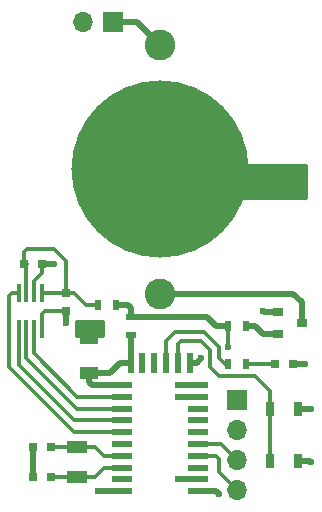
<source format=gtl>
G04 #@! TF.FileFunction,Copper,L1,Top,Signal*
%FSLAX46Y46*%
G04 Gerber Fmt 4.6, Leading zero omitted, Abs format (unit mm)*
G04 Created by KiCad (PCBNEW 4.0.7) date Wed Nov 28 02:00:18 2018*
%MOMM*%
%LPD*%
G01*
G04 APERTURE LIST*
%ADD10C,0.100000*%
%ADD11C,2.600000*%
%ADD12C,15.000000*%
%ADD13R,0.750000X0.800000*%
%ADD14R,0.800000X0.750000*%
%ADD15R,1.600000X1.000000*%
%ADD16R,0.900000X0.800000*%
%ADD17R,0.500000X0.900000*%
%ADD18R,0.900000X0.500000*%
%ADD19R,0.800000X1.200000*%
%ADD20R,0.350000X1.500000*%
%ADD21R,1.800000X1.000000*%
%ADD22R,1.700000X1.700000*%
%ADD23O,1.700000X1.700000*%
%ADD24R,1.800000X0.500000*%
%ADD25R,0.500000X1.800000*%
%ADD26C,0.600000*%
%ADD27C,0.500000*%
%ADD28C,0.300000*%
%ADD29C,0.220000*%
G04 APERTURE END LIST*
D10*
D11*
X111000000Y-81450000D03*
D12*
X111000000Y-92000000D03*
D11*
X111000000Y-102550000D03*
D13*
X103000000Y-104000000D03*
X103000000Y-102500000D03*
D14*
X101000000Y-100000000D03*
X99500000Y-100000000D03*
D15*
X105000000Y-109250000D03*
X105000000Y-106250000D03*
D14*
X100250000Y-118000000D03*
X101750000Y-118000000D03*
X100250000Y-115500000D03*
X101750000Y-115500000D03*
X120750000Y-108500000D03*
X122250000Y-108500000D03*
D16*
X121000000Y-104050000D03*
X121000000Y-105950000D03*
X123000000Y-105000000D03*
D17*
X118250000Y-105250000D03*
X116750000Y-105250000D03*
X107250000Y-103500000D03*
X105750000Y-103500000D03*
D18*
X108500000Y-104500000D03*
X108500000Y-106000000D03*
D17*
X116750000Y-108500000D03*
X118250000Y-108500000D03*
D19*
X120300000Y-112300000D03*
X122700000Y-112300000D03*
X120300000Y-116700000D03*
X122700000Y-116700000D03*
D20*
X100975000Y-105500000D03*
X100325000Y-105500000D03*
X99675000Y-105500000D03*
X99025000Y-105500000D03*
X99025000Y-102500000D03*
X99675000Y-102500000D03*
X100325000Y-102500000D03*
X100975000Y-102500000D03*
D21*
X104000000Y-118000000D03*
X104000000Y-115500000D03*
D22*
X107000000Y-79500000D03*
D23*
X104460000Y-79500000D03*
D22*
X117500000Y-111500000D03*
D23*
X117500000Y-114040000D03*
X117500000Y-116580000D03*
X117500000Y-119120000D03*
D24*
X107750000Y-110250000D03*
X107750000Y-111250000D03*
X107750000Y-112250000D03*
X107750000Y-113250000D03*
X107750000Y-114250000D03*
X107750000Y-115250000D03*
X107750000Y-116250000D03*
X107750000Y-117250000D03*
X107750000Y-118250000D03*
X107750000Y-119250000D03*
X114250000Y-119250000D03*
X114250000Y-118250000D03*
X114250000Y-117250000D03*
X114250000Y-116250000D03*
X114250000Y-115250000D03*
X114250000Y-114250000D03*
X114250000Y-113250000D03*
X114250000Y-112250000D03*
X114250000Y-111250000D03*
X114250000Y-110250000D03*
D25*
X113500000Y-108350000D03*
X112500000Y-108350000D03*
X111500000Y-108350000D03*
X110500000Y-108350000D03*
X109500000Y-108350000D03*
X108500000Y-108350000D03*
D26*
X105000000Y-105250000D03*
X104250000Y-105250000D03*
X105750000Y-105250000D03*
X100250000Y-116750000D03*
X112500000Y-118250000D03*
X116000000Y-119500000D03*
X105750000Y-119250000D03*
X112500000Y-111250000D03*
X112500000Y-110250000D03*
X114500000Y-108000000D03*
X123000000Y-94000000D03*
X122000000Y-94000000D03*
X121000000Y-94000000D03*
X120000000Y-94000000D03*
X120000000Y-93000000D03*
X121000000Y-93000000D03*
X122000000Y-93000000D03*
X123000000Y-93000000D03*
X123000000Y-92000000D03*
X122000000Y-92000000D03*
X121000000Y-92000000D03*
X120000000Y-92000000D03*
X103000000Y-105000000D03*
X102000000Y-100000000D03*
X119750000Y-104000000D03*
X123250000Y-108500000D03*
X123750000Y-112250000D03*
X123750000Y-116750000D03*
X116750000Y-107000000D03*
D27*
X111000000Y-102550000D02*
X122300000Y-102550000D01*
X123000000Y-103250000D02*
X123000000Y-105000000D01*
X122300000Y-102550000D02*
X123000000Y-103250000D01*
X107000000Y-79500000D02*
X109050000Y-79500000D01*
X109050000Y-79500000D02*
X111000000Y-81450000D01*
X105000000Y-105250000D02*
X104250000Y-105250000D01*
X105750000Y-105250000D02*
X105000000Y-105250000D01*
X105000000Y-105250000D02*
X105000000Y-106250000D01*
X100250000Y-118000000D02*
X100250000Y-116750000D01*
X100250000Y-116750000D02*
X100250000Y-115500000D01*
X114250000Y-118250000D02*
X112500000Y-118250000D01*
X114250000Y-119250000D02*
X115750000Y-119250000D01*
X115750000Y-119250000D02*
X116000000Y-119500000D01*
X107750000Y-119250000D02*
X105750000Y-119250000D01*
X114250000Y-111250000D02*
X112500000Y-111250000D01*
X114250000Y-110250000D02*
X112500000Y-110250000D01*
X113500000Y-108350000D02*
X114150000Y-108350000D01*
X114150000Y-108350000D02*
X114500000Y-108000000D01*
X121000000Y-94000000D02*
X122000000Y-94000000D01*
X120000000Y-93000000D02*
X120000000Y-94000000D01*
X122000000Y-93000000D02*
X121000000Y-93000000D01*
X123000000Y-92000000D02*
X123000000Y-93000000D01*
X121000000Y-92000000D02*
X122000000Y-92000000D01*
X111000000Y-92000000D02*
X120000000Y-92000000D01*
D28*
X100325000Y-102500000D02*
X100325000Y-101425000D01*
X101000000Y-100750000D02*
X101000000Y-100000000D01*
X100325000Y-101425000D02*
X101000000Y-100750000D01*
X103000000Y-104000000D02*
X101250000Y-104000000D01*
X100975000Y-104275000D02*
X100975000Y-105500000D01*
X101250000Y-104000000D02*
X100975000Y-104275000D01*
D27*
X111000000Y-92000000D02*
X113000000Y-92000000D01*
X103000000Y-105000000D02*
X103000000Y-104000000D01*
X101250000Y-100000000D02*
X102000000Y-100000000D01*
X121000000Y-104050000D02*
X119800000Y-104050000D01*
X119800000Y-104050000D02*
X119750000Y-104000000D01*
X122250000Y-108500000D02*
X123250000Y-108500000D01*
X122700000Y-112300000D02*
X123700000Y-112300000D01*
X123700000Y-112300000D02*
X123750000Y-112250000D01*
X122700000Y-116700000D02*
X123700000Y-116700000D01*
X123700000Y-116700000D02*
X123750000Y-116750000D01*
D28*
X99500000Y-100000000D02*
X99500000Y-99000000D01*
X103000000Y-99750000D02*
X103000000Y-102500000D01*
X102000000Y-98750000D02*
X103000000Y-99750000D01*
X99750000Y-98750000D02*
X102000000Y-98750000D01*
X99500000Y-99000000D02*
X99750000Y-98750000D01*
X103000000Y-102500000D02*
X103750000Y-102500000D01*
X104750000Y-103500000D02*
X105750000Y-103500000D01*
X103750000Y-102500000D02*
X104750000Y-103500000D01*
X99675000Y-102500000D02*
X99675000Y-100075000D01*
X99675000Y-100075000D02*
X99750000Y-100000000D01*
X100975000Y-102500000D02*
X103000000Y-102500000D01*
D27*
X108500000Y-106000000D02*
X108500000Y-108350000D01*
X108500000Y-108350000D02*
X107650000Y-108350000D01*
X106750000Y-109250000D02*
X105000000Y-109250000D01*
X107650000Y-108350000D02*
X106750000Y-109250000D01*
X107750000Y-110250000D02*
X105250000Y-110250000D01*
X105250000Y-110250000D02*
X105000000Y-110000000D01*
X105000000Y-110000000D02*
X105000000Y-109250000D01*
D28*
X104000000Y-118000000D02*
X101750000Y-118000000D01*
X107750000Y-117250000D02*
X106250000Y-117250000D01*
X105500000Y-118000000D02*
X104000000Y-118000000D01*
X106250000Y-117250000D02*
X105500000Y-118000000D01*
X104000000Y-115500000D02*
X101750000Y-115500000D01*
X107750000Y-116250000D02*
X106250000Y-116250000D01*
X105500000Y-115500000D02*
X104000000Y-115500000D01*
X106250000Y-116250000D02*
X105500000Y-115500000D01*
X118250000Y-108500000D02*
X120750000Y-108500000D01*
X103750000Y-114250000D02*
X107750000Y-114250000D01*
X98250000Y-102750000D02*
X98250000Y-108750000D01*
X98250000Y-108750000D02*
X103750000Y-114250000D01*
X98500000Y-102500000D02*
X98250000Y-102750000D01*
X99025000Y-102500000D02*
X98500000Y-102500000D01*
X107750000Y-113250000D02*
X103750000Y-113250000D01*
X103750000Y-113250000D02*
X99025000Y-108525000D01*
X99025000Y-108525000D02*
X99025000Y-105500000D01*
X107750000Y-111250000D02*
X104000000Y-111250000D01*
X104000000Y-111250000D02*
X100325000Y-107575000D01*
X100325000Y-107575000D02*
X100325000Y-105500000D01*
X104000000Y-112250000D02*
X107750000Y-112250000D01*
X99675000Y-107925000D02*
X104000000Y-112250000D01*
X99675000Y-105500000D02*
X99675000Y-107925000D01*
X114250000Y-116250000D02*
X115750000Y-116250000D01*
X116000000Y-117620000D02*
X117500000Y-119120000D01*
X116000000Y-116500000D02*
X116000000Y-117620000D01*
X115750000Y-116250000D02*
X116000000Y-116500000D01*
X114250000Y-115250000D02*
X116170000Y-115250000D01*
X116170000Y-115250000D02*
X117500000Y-116580000D01*
X120300000Y-112300000D02*
X120300000Y-110800000D01*
X112500000Y-106750000D02*
X112500000Y-108350000D01*
X112750000Y-106500000D02*
X112500000Y-106750000D01*
X114500000Y-106500000D02*
X112750000Y-106500000D01*
X115250000Y-107250000D02*
X114500000Y-106500000D01*
X115250000Y-108750000D02*
X115250000Y-107250000D01*
X116000000Y-109500000D02*
X115250000Y-108750000D01*
X119000000Y-109500000D02*
X116000000Y-109500000D01*
X120300000Y-110800000D02*
X119000000Y-109500000D01*
X112500000Y-108350000D02*
X112500000Y-108750000D01*
X120300000Y-116700000D02*
X120300000Y-112300000D01*
X116750000Y-108500000D02*
X116500000Y-108500000D01*
X116500000Y-108500000D02*
X116000000Y-108000000D01*
X116000000Y-108000000D02*
X116000000Y-107000000D01*
X116000000Y-107000000D02*
X114750000Y-105750000D01*
X114750000Y-105750000D02*
X112250000Y-105750000D01*
X112250000Y-105750000D02*
X111500000Y-106500000D01*
X111500000Y-106500000D02*
X111500000Y-108350000D01*
X111500000Y-108250000D02*
X111500000Y-108350000D01*
D27*
X107250000Y-103500000D02*
X108250000Y-103500000D01*
X108500000Y-103750000D02*
X108500000Y-104500000D01*
X108250000Y-103500000D02*
X108500000Y-103750000D01*
X116750000Y-105250000D02*
X115750000Y-105250000D01*
X115000000Y-104500000D02*
X108500000Y-104500000D01*
X115750000Y-105250000D02*
X115000000Y-104500000D01*
D28*
X116750000Y-107000000D02*
X116750000Y-105250000D01*
D27*
X118250000Y-105250000D02*
X119000000Y-105250000D01*
X119700000Y-105950000D02*
X121000000Y-105950000D01*
X119000000Y-105250000D02*
X119700000Y-105950000D01*
D29*
G36*
X123390000Y-94390000D02*
X115610000Y-94390000D01*
X115610000Y-91610000D01*
X123390000Y-91610000D01*
X123390000Y-94390000D01*
X123390000Y-94390000D01*
G37*
X123390000Y-94390000D02*
X115610000Y-94390000D01*
X115610000Y-91610000D01*
X123390000Y-91610000D01*
X123390000Y-94390000D01*
G36*
X106140000Y-106140000D02*
X103860000Y-106140000D01*
X103860000Y-104860000D01*
X106140000Y-104860000D01*
X106140000Y-106140000D01*
X106140000Y-106140000D01*
G37*
X106140000Y-106140000D02*
X103860000Y-106140000D01*
X103860000Y-104860000D01*
X106140000Y-104860000D01*
X106140000Y-106140000D01*
M02*

</source>
